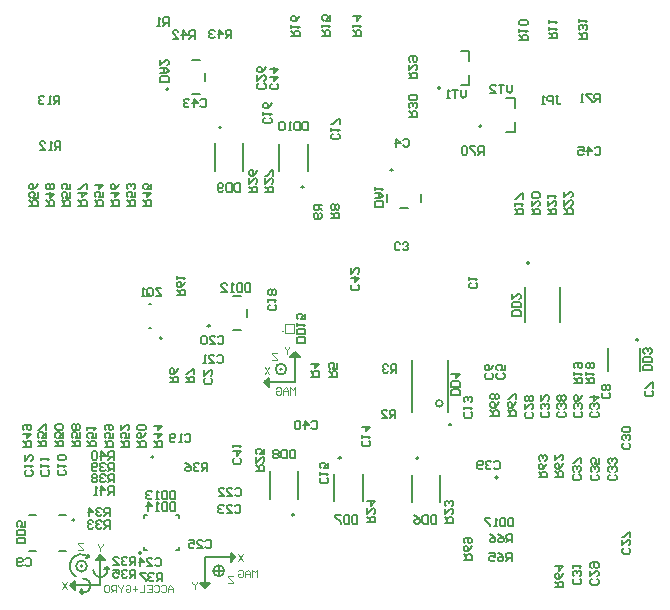
<source format=gbo>
%FSTAX44Y44*%
%MOMM*%
%SFA1B1*%

%IPPOS*%
%ADD10C,0.200000*%
%ADD14C,0.127000*%
%ADD15C,0.050000*%
%ADD16C,0.150000*%
%ADD87C,0.120000*%
%LNdr_0n-1*%
%LPD*%
G54D10*
X00320401Y00248999D02*
D01*
D01*
G75*
G03X00318877I-00000762J0D01*
G74*G01*
D01*
G75*
G03X00320401I00000762J0D01*
G74*G01*
X00324249D02*
D01*
D01*
G75*
G03X00315029I-00004609J0D01*
G74*G01*
D01*
G75*
G03X00324249I00004610J0D01*
G74*G01*
X00271578Y00078249D02*
D01*
D01*
G75*
G03X00262358I-00004610J0D01*
G74*G01*
D01*
G75*
G03X00271578I00004609J0D01*
G74*G01*
X00156927Y00090112D02*
D01*
D01*
G75*
G03X00146058Y00073418I-00006178J-00007862D01*
G74*G01*
X00151511Y00082249D02*
D01*
D01*
G75*
G03X00149987I-00000762J0D01*
G74*G01*
D01*
G75*
G03X00151511I00000762J0D01*
G74*G01*
X00155359D02*
D01*
D01*
G75*
G03X00146139I-00004610J0D01*
G74*G01*
D01*
G75*
G03X00155359I00004609J0D01*
G74*G01*
X00144749Y00121249D02*
D01*
D01*
G75*
G03X00142749I-00001000J0D01*
G74*G01*
D01*
G75*
G03X00144749I00000999J0D01*
G74*G01*
X00160749Y00078874D02*
D01*
D01*
G75*
G03X00172016Y00081747I00005999J-0D01*
G74*G01*
X00149376Y00060482D02*
D01*
D01*
G75*
G03X00152249Y00071749I00002872J00005267D01*
G74*G01*
X00218919Y00275269D02*
D01*
D01*
G75*
G03X00216919I-00001000J0D01*
G74*G01*
D01*
G75*
G03X00218919I00000999J0D01*
G74*G01*
X00489389Y00454499D02*
D01*
D01*
G75*
G03X00487389I-00000999J0D01*
G74*G01*
D01*
G75*
G03X00489389I00000999J0D01*
G74*G01*
X00454499Y00486999D02*
D01*
D01*
G75*
G03X00452499I-00000999J0D01*
G74*G01*
D01*
G75*
G03X00454499I00000999J0D01*
G74*G01*
X00503249Y00157249D02*
D01*
D01*
G75*
G03X00501249I-00000999J0D01*
G74*G01*
D01*
G75*
G03X00503249I00001000J0D01*
G74*G01*
X00201249Y00093249D02*
D01*
D01*
G75*
G03X00199249I-00001000J0D01*
G74*G01*
D01*
G75*
G03X00201249I00000999J0D01*
G74*G01*
X00211674Y00174599D02*
D01*
D01*
G75*
G03X00209674I-00001000J0D01*
G74*G01*
D01*
G75*
G03X00211674I00000999J0D01*
G74*G01*
X00259349Y0028575D02*
D01*
D01*
G75*
G03X00257349I-00000999J0D01*
G74*G01*
D01*
G75*
G03X00259349I00001000J0D01*
G74*G01*
X00338749Y00403249D02*
D01*
D01*
G75*
G03X00336749I-00000999J0D01*
G74*G01*
D01*
G75*
G03X00338749I00000999J0D01*
G74*G01*
X00268999Y00453796D02*
D01*
D01*
G75*
G03X00266999I-00000999J0D01*
G74*G01*
D01*
G75*
G03X00268999I00000999J0D01*
G74*G01*
X00330749Y00125612D02*
D01*
D01*
G75*
G03X00328749I-00000999J0D01*
G74*G01*
D01*
G75*
G03X00330749I00000999J0D01*
G74*G01*
X00370249Y00173999D02*
D01*
D01*
G75*
G03X00368249I-00000999J0D01*
G74*G01*
D01*
G75*
G03X00370249I00000999J0D01*
G74*G01*
X00435999Y00173499D02*
D01*
D01*
G75*
G03X00433999I-00000999J0D01*
G74*G01*
D01*
G75*
G03X00435999I00000999J0D01*
G74*G01*
X00463749Y00201946D02*
D01*
D01*
G75*
G03X00461749I-00001000J0D01*
G74*G01*
D01*
G75*
G03X00463749I00000999J0D01*
G74*G01*
X00622249Y00273949D02*
D01*
D01*
G75*
G03X00620249I-00000999J0D01*
G74*G01*
D01*
G75*
G03X00622249I00000999J0D01*
G74*G01*
X00529749Y00338749D02*
D01*
D01*
G75*
G03X00527749I-00000999J0D01*
G74*G01*
D01*
G75*
G03X00529749I00000999J0D01*
G74*G01*
X00224349Y00485999D02*
D01*
D01*
G75*
G03X00222349I-00000999J0D01*
G74*G01*
D01*
G75*
G03X00224349I00000999J0D01*
G74*G01*
X00414249Y00417799D02*
D01*
D01*
G75*
G03X00412249I-00000999J0D01*
G74*G01*
D01*
G75*
G03X00414249I00000999J0D01*
G74*G01*
X00331389Y00237749D02*
Y00263499D01*
X00305639Y00237749D02*
X00309639Y00233749D01*
X00308404Y00239635D02*
X00308505Y00239735D01*
X00328893Y00260734D02*
X00333275D01*
X00305639Y00237749D02*
X00309639Y00241749D01*
X00333275Y00260734D02*
X00333375Y00260633D01*
X00327389Y00259499D02*
X00331389Y00263499D01*
X00309639Y00233749D02*
Y00241749D01*
X00305639Y00237749D02*
X00331389D01*
X00327389Y00259499D02*
X00335389D01*
X00331389Y00263499D02*
X00335389Y00259499D01*
X00308404Y00235252D02*
Y00239635D01*
X00255218Y00089499D02*
X00280969D01*
X00253233Y00066615D02*
X00253333Y00066514D01*
X00278103Y00087513D02*
X00278203Y00087613D01*
X00255218Y00063749D02*
Y00089499D01*
X00278203Y00087613D02*
Y00091996D01*
X00251219Y00067749D02*
X00259218D01*
X00255218Y00063749D02*
X00259218Y00067749D01*
X00276969Y00085499D02*
X00280969Y00089499D01*
X00266969Y00073749D02*
Y00082749D01*
X00276969Y00093499D02*
X00280969Y00089499D01*
X00251219Y00067749D02*
X00255218Y00063749D01*
X00262359Y00078249D02*
X00271468D01*
X00276969Y00085499D02*
Y00093499D01*
X00253333Y00066514D02*
X00257715D01*
X00154499Y00088999D02*
X00156499Y00092749D01*
X00156927Y00090112*
X00154499Y00088999D02*
X00156927Y00090112D01*
X00169999Y00079624D02*
X00172016Y00081747D01*
X00174139Y0007973D01*
X00169999Y00079624D02*
X00174139Y0007973D01*
X00151393Y00058358D02*
X00151499Y00062499D01*
X00149376Y00060482D02*
X00151393Y00058358D01*
X00149376Y00060482D02*
X00151499Y00062499D01*
X00149376Y00060482D02*
D01*
D01*
X00140999Y00065999D02*
X00166749D01*
X00144999Y00061999D02*
Y00069999D01*
X00140999Y00065999D02*
X00144999Y00061999D01*
X00140999Y00065999D02*
X00144999Y00069999D01*
X00143764Y00063502D02*
Y00067884D01*
X00143864Y00067985*
X00168635Y00088984D02*
X00168735Y00088883D01*
X00164252Y00088984D02*
X00168635D01*
X00166749Y00091749D02*
X00170749Y00087749D01*
X00162749D02*
X00166749Y00091749D01*
X00162749Y00087749D02*
X00170749D01*
X00166749Y00065999D02*
Y00091749D01*
G54D14*
X00456577Y00219946D02*
D01*
D01*
G75*
G03X00450921I-00002827J0D01*
G74*G01*
D01*
G75*
G03X00456577I00002828J0D01*
G74*G01*
X00131649Y00125749D02*
X00137249D01*
X00106249D02*
X00111849D01*
X00131649Y00094749D02*
X00137249D01*
X00106249D02*
X00111849D01*
X00208249Y00303999D02*
X00209749D01*
X00208249Y00283999D02*
X00209749D01*
X00510499Y00449399D02*
X00517349D01*
Y00470149D02*
Y00478599D01*
Y00449399D02*
Y00457849D01*
X00510499Y00478599D02*
X00517349D01*
X00471649Y00489399D02*
X00478499D01*
Y00510149D02*
Y00518599D01*
Y00489399D02*
Y00497849D01*
X00471649Y00518599D02*
X00478499D01*
X00203624Y00095499D02*
X00206124D01*
X00203624D02*
Y00097999D01*
X00233624Y00095499D02*
Y00097999D01*
X00231124Y00095499D02*
X00233624D01*
X00231124Y00125499D02*
X00233624D01*
Y00122999D02*
Y00125499D01*
X00203624Y00122999D02*
Y00125499D01*
X00206124*
X00279149Y00310749D02*
X0028575D01*
X00290449Y00292899D02*
Y00299599D01*
X00279149Y00281749D02*
X0028575D01*
X00342299Y00416999D02*
Y00439999D01*
X00318199Y00416999D02*
Y00439999D01*
X00263449Y00417046D02*
Y00440046D01*
X00287549Y00417046D02*
Y00440046D01*
X00334299Y00139362D02*
Y00162362D01*
X00310199Y00139362D02*
Y00162362D01*
X00364699Y00137249D02*
Y00160249D01*
X00388799Y00137249D02*
Y00160249D01*
X00430449Y00136749D02*
Y00159749D01*
X00454549Y00136749D02*
Y00159749D01*
X00430749Y00212946D02*
Y00256946D01*
X00460749Y00212946D02*
Y00256946D01*
X00623249Y00246999D02*
Y00266999D01*
X00596249Y00246999D02*
Y00266999D01*
X00556249Y00288749D02*
Y00318749D01*
X00526249Y00288749D02*
Y00318749D01*
X00244149Y00510999D02*
X00250749D01*
X00255449Y00493149D02*
Y00499849D01*
X00244149Y00481999D02*
X00250749D01*
X00438249Y00390399D02*
Y00396999D01*
X00420399Y00385699D02*
X00427099D01*
X00409249Y00390399D02*
Y00396999D01*
G54D15*
X00321749Y00281249D02*
D01*
D01*
G75*
G03X00320749I-00000499J0D01*
G74*G01*
D01*
G75*
G03X00321749I00000499J0D01*
G74*G01*
X00323249Y00279499D02*
Y00286999D01*
X00330749*
X00323249Y00279499D02*
X00330749D01*
Y00286999*
G54D16*
X00484832Y00321999D02*
X00485998Y00320833D01*
Y003185*
X00484832Y00317334*
X00480166*
X00479Y003185*
Y00320833*
X00480166Y00321999*
X00479Y00324332D02*
Y00326664D01*
Y00325498*
X00485998*
X00484832Y00324332*
X00260342Y00241225D02*
X00261508Y00240059D01*
Y00237726*
X00260342Y0023656*
X00255677*
X00254511Y00237726*
Y00240059*
X00255677Y00241225*
X00254511Y00248223D02*
Y00243558D01*
X00259176Y00248223*
X00260342*
X00261508Y00247056*
Y00244724*
X00260342Y00243558*
X00420583Y00350666D02*
X00419416Y003495D01*
X00417084*
X00415918Y00350666*
Y00355331*
X00417084Y00356498*
X00419416*
X00420583Y00355331*
X00422915Y00350666D02*
X00424082Y003495D01*
X00426414*
X0042758Y00350666*
Y00351833*
X00426414Y00352999*
X00425248*
X00426414*
X0042758Y00354165*
Y00355331*
X00426414Y00356498*
X00424082*
X00422915Y00355331*
X00423165Y00443082D02*
X00424332Y00444248D01*
X00426664*
X0042783Y00443082*
Y00438416*
X00426664Y0043725*
X00424332*
X00423165Y00438416*
X00417334Y0043725D02*
Y00444248D01*
X00420833Y00440749*
X00416168*
X00507832Y00245583D02*
X00508998Y00244416D01*
Y00242084*
X00507832Y00240919*
X00503166*
X00502Y00242084*
Y00244416*
X00503166Y00245583*
X00508998Y00252581D02*
Y00247915D01*
X00505499*
X00506665Y00250248*
Y00251414*
X00505499Y00252581*
X00503166*
X00502Y00251414*
Y00249082*
X00503166Y00247915*
X00498082Y00245583D02*
X00499248Y00244416D01*
Y00242084*
X00498082Y00240919*
X00493416*
X0049225Y00242084*
Y00244416*
X00493416Y00245583*
X00499248Y00252581D02*
X00498082Y00250248D01*
X00495749Y00247915*
X00493416*
X0049225Y00249082*
Y00251414*
X00493416Y00252581*
X00494583*
X00495749Y00251414*
Y00247915*
X00633582Y00230833D02*
X00634748Y00229666D01*
Y00227334*
X00633582Y00226167*
X00628916*
X0062775Y00227334*
Y00229666*
X00628916Y00230833*
X00634748Y00233165D02*
Y0023783D01*
X00633582*
X00628916Y00233165*
X0062775*
X00597332Y00228833D02*
X00598498Y00227666D01*
Y00225334*
X00597332Y00224167*
X00592666*
X005915Y00225334*
Y00227666*
X00592666Y00228833*
X00597332Y00231165D02*
X00598498Y00232332D01*
Y00234664*
X00597332Y0023583*
X00596165*
X00594999Y00234664*
X00593833Y0023583*
X00592666*
X005915Y00234664*
Y00232332*
X00592666Y00231165*
X00593833*
X00594999Y00232332*
X00596165Y00231165*
X00597332*
X00594999Y00232332D02*
Y00234664D01*
X00103165Y00088082D02*
X00104332Y00089248D01*
X00106664*
X0010783Y00088082*
Y00083416*
X00106664Y0008225*
X00104332*
X00103165Y00083416*
X00100833D02*
X00099666Y0008225D01*
X00097334*
X00096167Y00083416*
Y00088082*
X00097334Y00089248*
X00099666*
X00100833Y00088082*
Y00086915*
X00099666Y00085749*
X00096167*
X00136332Y00163667D02*
X00137498Y00162501D01*
Y00160168*
X00136332Y00159002*
X00131666*
X001305Y00160168*
Y00162501*
X00131666Y00163667*
X001305Y00166D02*
Y00168332D01*
Y00167166*
X00137498*
X00136332Y00166*
Y00171831D02*
X00137498Y00172997D01*
Y0017533*
X00136332Y00176496*
X00131666*
X001305Y0017533*
Y00172997*
X00131666Y00171831*
X00136332*
X00122332Y00163583D02*
X00123498Y00162417D01*
Y00160084*
X00122332Y00158918*
X00117666*
X001165Y00160084*
Y00162417*
X00117666Y00163583*
X001165Y00165916D02*
Y00168248D01*
Y00167082*
X00123498*
X00122332Y00165916*
X001165Y00171747D02*
Y0017408D01*
Y00172914*
X00123498*
X00122332Y00171747*
X00108332Y00163417D02*
X00109498Y00162251D01*
Y00159918*
X00108332Y00158752*
X00103666*
X001025Y00159918*
Y00162251*
X00103666Y00163417*
X001025Y0016575D02*
Y00168082D01*
Y00166916*
X00109498*
X00108332Y0016575*
X001025Y00176246D02*
Y00171581D01*
X00107165Y00176246*
X00108332*
X00109498Y0017508*
Y00172747*
X00108332Y00171581*
X00480332Y00212667D02*
X00481498Y00211501D01*
Y00209169*
X00480332Y00208002*
X00475666*
X004745Y00209169*
Y00211501*
X00475666Y00212667*
X004745Y00215D02*
Y00217332D01*
Y00216166*
X00481498*
X00480332Y00215*
Y00220831D02*
X00481498Y00221997D01*
Y0022433*
X00480332Y00225496*
X00479165*
X00477999Y0022433*
Y00223164*
Y0022433*
X00476833Y00225496*
X00475666*
X004745Y0022433*
Y00221997*
X00475666Y00220831*
X00394082Y00188167D02*
X00395248Y00187001D01*
Y00184668*
X00394082Y00183502*
X00389416*
X0038825Y00184668*
Y00187001*
X00389416Y00188167*
X0038825Y001905D02*
Y00192832D01*
Y00191666*
X00395248*
X00394082Y001905*
X0038825Y0019983D02*
X00395248D01*
X00391749Y00196331*
Y00200996*
X00358582Y00156917D02*
X00359748Y00155751D01*
Y00153418*
X00358582Y00152252*
X00353917*
X0035275Y00153418*
Y00155751*
X00353917Y00156917*
X0035275Y0015925D02*
Y00161582D01*
Y00160416*
X00359748*
X00358582Y0015925*
X00359748Y00169746D02*
Y00165081D01*
X00356249*
X00357415Y00167414*
Y0016858*
X00356249Y00169746*
X00353917*
X0035275Y0016858*
Y00166247*
X00353917Y00165081*
X00310582Y00461667D02*
X00311748Y00460502D01*
Y00458168*
X00310582Y00457002*
X00305916*
X0030475Y00458168*
Y00460502*
X00305916Y00461667*
X0030475Y00464D02*
Y00466332D01*
Y00465166*
X00311748*
X00310582Y00464*
X00311748Y00474496D02*
X00310582Y00472164D01*
X00308249Y00469831*
X00305916*
X0030475Y00470997*
Y0047333*
X00305916Y00474496*
X00307083*
X00308249Y0047333*
Y00469831*
X00368082Y00448167D02*
X00369248Y00447001D01*
Y00444668*
X00368082Y00443502*
X00363416*
X0036225Y00444668*
Y00447001*
X00363416Y00448167*
X0036225Y00450499D02*
Y00452832D01*
Y00451666*
X00369248*
X00368082Y00450499*
X00369248Y00456331D02*
Y00460996D01*
X00368082*
X00363416Y00456331*
X0036225*
X00238331Y00193082D02*
X00239497Y00194248D01*
X0024183*
X00242996Y00193082*
Y00188416*
X0024183Y0018725*
X00239497*
X00238331Y00188416*
X00235998Y0018725D02*
X00233666D01*
X00234832*
Y00194248*
X00235998Y00193082*
X00230167Y00188416D02*
X00229001Y0018725D01*
X00226668*
X00225502Y00188416*
Y00193082*
X00226668Y00194248*
X00229001*
X00230167Y00193082*
Y00191915*
X00229001Y00190749*
X00225502*
X00266164Y00275832D02*
X00267331Y00276998D01*
X00269663*
X00270829Y00275832*
Y00271167*
X00269663Y0027*
X00267331*
X00266164Y00271167*
X00259166Y0027D02*
X00263832D01*
X00259166Y00274665*
Y00275832*
X00260333Y00276998*
X00262665*
X00263832Y00275832*
X00256834D02*
X00255668Y00276998D01*
X00253335*
X00252169Y00275832*
Y00271167*
X00253335Y0027*
X00255668*
X00256834Y00271167*
Y00275832*
X00265573Y00259972D02*
X0026674Y00261138D01*
X00269072*
X00270239Y00259972*
Y00255307*
X00269072Y0025414*
X0026674*
X00265573Y00255307*
X00258576Y0025414D02*
X00263241D01*
X00258576Y00258805*
Y00259972*
X00259742Y00261138*
X00262074*
X00263241Y00259972*
X00256243Y0025414D02*
X0025391D01*
X00255077*
Y00261138*
X00256243Y00259972*
X00255664Y00103332D02*
X0025683Y00104498D01*
X00259163*
X00260329Y00103332*
Y00098666*
X00259163Y000975*
X0025683*
X00255664Y00098666*
X00248666Y000975D02*
X00253332D01*
X00248666Y00102165*
Y00103332*
X00249833Y00104498*
X00252165*
X00253332Y00103332*
X00241669Y00104498D02*
X00246334D01*
Y00100999*
X00244001Y00102165*
X00242835*
X00241669Y00100999*
Y00098666*
X00242835Y000975*
X00245167*
X00246334Y00098666*
X00305582Y00490834D02*
X00306748Y00489668D01*
Y00487335*
X00305582Y00486169*
X00300916*
X0029975Y00487335*
Y00489668*
X00300916Y00490834*
X0029975Y00497832D02*
Y00493166D01*
X00304415Y00497832*
X00305582*
X00306748Y00496665*
Y00494333*
X00305582Y00493166*
X00306748Y00504829D02*
X00305582Y00502497D01*
X00303249Y00500164*
X00300916*
X0029975Y0050133*
Y00503663*
X00300916Y00504829*
X00302083*
X00303249Y00503663*
Y00500164*
X00614332Y00097334D02*
X00615498Y00096167D01*
Y00093835*
X00614332Y00092669*
X00609666*
X006085Y00093835*
Y00096167*
X00609666Y00097334*
X006085Y00104332D02*
Y00099666D01*
X00613165Y00104332*
X00614332*
X00615498Y00103165*
Y00100833*
X00614332Y00099666*
X00615498Y00106664D02*
Y00111329D01*
X00614332*
X00609666Y00106664*
X006085*
X00531832Y00212584D02*
X00532998Y00211418D01*
Y00209085*
X00531832Y00207919*
X00527166*
X00526Y00209085*
Y00211418*
X00527166Y00212584*
X00526Y00219583D02*
Y00214916D01*
X00530665Y00219583*
X00531832*
X00532998Y00218415*
Y00216083*
X00531832Y00214916*
Y00221914D02*
X00532998Y0022308D01*
Y00225413*
X00531832Y00226579*
X00530665*
X00529499Y00225413*
X00528333Y00226579*
X00527166*
X00526Y00225413*
Y0022308*
X00527166Y00221914*
X00528333*
X00529499Y0022308*
X00530665Y00221914*
X00531832*
X00529499Y0022308D02*
Y00225413D01*
X00587332Y00071294D02*
X00588498Y00070127D01*
Y00067795*
X00587332Y00066629*
X00582666*
X005815Y00067795*
Y00070127*
X00582666Y00071294*
X005815Y00078291D02*
Y00073626D01*
X00586165Y00078291*
X00587332*
X00588498Y00077125*
Y00074793*
X00587332Y00073626*
X00582666Y00080624D02*
X005815Y0008179D01*
Y00084123*
X00582666Y00085289*
X00587332*
X00588498Y00084123*
Y0008179*
X00587332Y00080624*
X00586165*
X00584999Y0008179*
Y00085289*
X00614332Y00186334D02*
X00615498Y00185167D01*
Y00182835*
X00614332Y00181669*
X00609666*
X006085Y00182835*
Y00185167*
X00609666Y00186334*
X00614332Y00188666D02*
X00615498Y00189833D01*
Y00192165*
X00614332Y00193332*
X00613165*
X00611999Y00192165*
Y00190999*
Y00192165*
X00610833Y00193332*
X00609666*
X006085Y00192165*
Y00189833*
X00609666Y00188666*
X00614332Y00195664D02*
X00615498Y0019683D01*
Y00199163*
X00614332Y00200329*
X00609666*
X006085Y00199163*
Y0019683*
X00609666Y00195664*
X00614332*
X00572582Y0007146D02*
X00573748Y00070294D01*
Y00067961*
X00572582Y00066795*
X00567916*
X0056675Y00067961*
Y00070294*
X00567916Y0007146*
X00572582Y00073793D02*
X00573748Y00074959D01*
Y00077292*
X00572582Y00078458*
X00571415*
X00570249Y00077292*
Y00076125*
Y00077292*
X00569083Y00078458*
X00567916*
X0056675Y00077292*
Y00074959*
X00567916Y00073793*
X0056675Y00080791D02*
Y00083123D01*
Y00081957*
X00573748*
X00572582Y00080791*
X00545582Y00212834D02*
X00546748Y00211667D01*
Y00209335*
X00545582Y00208169*
X00540916*
X0053975Y00209335*
Y00211667*
X00540916Y00212834*
X00545582Y00215166D02*
X00546748Y00216333D01*
Y00218665*
X00545582Y00219832*
X00544415*
X00543249Y00218665*
Y00217499*
Y00218665*
X00542083Y00219832*
X00540916*
X0053975Y00218665*
Y00216333*
X00540916Y00215166*
X0053975Y00226829D02*
Y00222164D01*
X00544415Y00226829*
X00545582*
X00546748Y00225663*
Y00223331*
X00545582Y00222164*
X00602578Y00159623D02*
X00603744Y00158457D01*
Y00156125*
X00602578Y00154958*
X00597913*
X00596746Y00156125*
Y00158457*
X00597913Y00159623*
X00602578Y00161956D02*
X00603744Y00163122D01*
Y00165455*
X00602578Y00166621*
X00601411*
X00600245Y00165455*
Y00164289*
Y00165455*
X00599079Y00166621*
X00597913*
X00596746Y00165455*
Y00163122*
X00597913Y00161956*
X00602578Y00168954D02*
X00603744Y0017012D01*
Y00172453*
X00602578Y00173619*
X00601411*
X00600245Y00172453*
Y00171286*
Y00172453*
X00599079Y00173619*
X00597913*
X00596746Y00172453*
Y0017012*
X00597913Y00168954*
X00587379Y00212915D02*
X00588546Y00211749D01*
Y00209416*
X00587379Y0020825*
X00582714*
X00581548Y00209416*
Y00211749*
X00582714Y00212915*
X00587379Y00215248D02*
X00588546Y00216414D01*
Y00218747*
X00587379Y00219913*
X00586213*
X00585047Y00218747*
Y0021758*
Y00218747*
X0058388Y00219913*
X00582714*
X00581548Y00218747*
Y00216414*
X00582714Y00215248*
X00581548Y00225744D02*
X00588546D01*
X00585047Y00222245*
Y00226911*
X00587578Y00159623D02*
X00588744Y00158457D01*
Y00156125*
X00587578Y00154958*
X00582913*
X00581746Y00156125*
Y00158457*
X00582913Y00159623*
X00587578Y00161956D02*
X00588744Y00163122D01*
Y00165455*
X00587578Y00166621*
X00586411*
X00585245Y00165455*
Y00164289*
Y00165455*
X00584079Y00166621*
X00582913*
X00581746Y00165455*
Y00163122*
X00582913Y00161956*
X00588744Y00173619D02*
Y00168954D01*
X00585245*
X00586411Y00171286*
Y00172453*
X00585245Y00173619*
X00582913*
X00581746Y00172453*
Y0017012*
X00582913Y00168954*
X00573379Y00212915D02*
X00574546Y00211749D01*
Y00209416*
X00573379Y0020825*
X00568714*
X00567548Y00209416*
Y00211749*
X00568714Y00212915*
X00573379Y00215248D02*
X00574546Y00216414D01*
Y00218747*
X00573379Y00219913*
X00572213*
X00571047Y00218747*
Y0021758*
Y00218747*
X00569881Y00219913*
X00568714*
X00567548Y00218747*
Y00216414*
X00568714Y00215248*
X00574546Y00226911D02*
X00573379Y00224578D01*
X00571047Y00222245*
X00568714*
X00567548Y00223412*
Y00225744*
X00568714Y00226911*
X00569881*
X00571047Y00225744*
Y00222245*
X00572332Y00159874D02*
X00573498Y00158707D01*
Y00156375*
X00572332Y00155209*
X00567666*
X005665Y00156375*
Y00158707*
X00567666Y00159874*
X00572332Y00162206D02*
X00573498Y00163373D01*
Y00165705*
X00572332Y00166872*
X00571165*
X00569999Y00165705*
Y00164539*
Y00165705*
X00568833Y00166872*
X00567666*
X005665Y00165705*
Y00163373*
X00567666Y00162206*
X00573498Y00169204D02*
Y00173869D01*
X00572332*
X00567666Y00169204*
X005665*
X00559379Y00212915D02*
X00560546Y00211749D01*
Y00209416*
X00559379Y0020825*
X00554714*
X00553548Y00209416*
Y00211749*
X00554714Y00212915*
X00559379Y00215248D02*
X00560546Y00216414D01*
Y00218747*
X00559379Y00219913*
X00558213*
X00557047Y00218747*
Y0021758*
Y00218747*
X00555881Y00219913*
X00554714*
X00553548Y00218747*
Y00216414*
X00554714Y00215248*
X00559379Y00222245D02*
X00560546Y00223412D01*
Y00225744*
X00559379Y00226911*
X00558213*
X00557047Y00225744*
X00555881Y00226911*
X00554714*
X00553548Y00225744*
Y00223412*
X00554714Y00222245*
X00555881*
X00557047Y00223412*
X00558213Y00222245*
X00559379*
X00557047Y00223412D02*
Y00225744D01*
X00499995Y00169981D02*
X00501161Y00171147D01*
X00503494*
X0050466Y00169981*
Y00165316*
X00503494Y0016415*
X00501161*
X00499995Y00165316*
X00497662Y00169981D02*
X00496496Y00171147D01*
X00494164*
X00492997Y00169981*
Y00168815*
X00494164Y00167648*
X0049533*
X00494164*
X00492997Y00166482*
Y00165316*
X00494164Y0016415*
X00496496*
X00497662Y00165316*
X00490665D02*
X00489498Y0016415D01*
X00487166*
X00486Y00165316*
Y00169981*
X00487166Y00171147*
X00489498*
X00490665Y00169981*
Y00168815*
X00489498Y00167648*
X00486*
X00345414Y00204082D02*
X0034658Y00205248D01*
X00348913*
X00350079Y00204082*
Y00199416*
X00348913Y0019825*
X0034658*
X00345414Y00199416*
X00339583Y0019825D02*
Y00205248D01*
X00343082Y00201749*
X00338416*
X00336084Y00204082D02*
X00334918Y00205248D01*
X00332585*
X00331419Y00204082*
Y00199416*
X00332585Y0019825*
X00334918*
X00336084Y00199416*
Y00204082*
X00284832Y001735D02*
X00285998Y00172334D01*
Y00170001*
X00284832Y00168835*
X00280166*
X00279Y00170001*
Y00172334*
X00280166Y001735*
X00279Y00179332D02*
X00285998D01*
X00282499Y00175833*
Y00180498*
X00279Y0018283D02*
Y00185163D01*
Y00183997*
X00285998*
X00284832Y0018283*
X00384582Y00320584D02*
X00385748Y00319418D01*
Y00317085*
X00384582Y00315919*
X00379916*
X0037875Y00317085*
Y00319418*
X00379916Y00320584*
X0037875Y00326415D02*
X00385748D01*
X00382249Y00322916*
Y00327582*
X0037875Y00334579D02*
Y00329914D01*
X00383415Y00334579*
X00384582*
X00385748Y00333413*
Y00331081*
X00384582Y00329914*
X00251414Y00476832D02*
X00252581Y00477998D01*
X00254913*
X00256079Y00476832*
Y00472166*
X00254913Y00471*
X00252581*
X00251414Y00472166*
X00245583Y00471D02*
Y00477998D01*
X00249082Y00474499*
X00244416*
X00242084Y00476832D02*
X00240919Y00477998D01*
X00238585*
X00237419Y00476832*
Y00475665*
X00238585Y00474499*
X00239751*
X00238585*
X00237419Y00473333*
Y00472166*
X00238585Y00471*
X00240919*
X00242084Y00472166*
X00316332Y00490584D02*
X00317498Y00489418D01*
Y00487085*
X00316332Y00485919*
X00311666*
X003105Y00487085*
Y00489418*
X00311666Y00490584*
X003105Y00496415D02*
X00317498D01*
X00313999Y00492916*
Y00497582*
X003105Y00503413D02*
X00317498D01*
X00313999Y00499914*
Y00504579*
X00585164Y00436082D02*
X0058633Y00437248D01*
X00588663*
X00589829Y00436082*
Y00431416*
X00588663Y0043025*
X0058633*
X00585164Y00431416*
X00579333Y0043025D02*
Y00437248D01*
X00582832Y00433749*
X00578166*
X00571169Y00437248D02*
X00575834D01*
Y00433749*
X00573501Y00434915*
X00572335*
X00571169Y00433749*
Y00431416*
X00572335Y0043025*
X00574668*
X00575834Y00431416*
X00405998Y00386585D02*
X00399D01*
Y00390084*
X00400166Y0039125*
X00404832*
X00405998Y00390084*
Y00386585*
X00399Y00393583D02*
X00403665D01*
X00405998Y00395915*
X00403665Y00398248*
X00399*
X00402499*
Y00393583*
X00399Y00400581D02*
Y00402913D01*
Y00401747*
X00405998*
X00404832Y00400581*
X00224498Y00492419D02*
X002175D01*
Y00495918*
X00218666Y00497084*
X00223332*
X00224498Y00495918*
Y00492419*
X002175Y00499416D02*
X00222165D01*
X00224498Y00501749*
X00222165Y00504082*
X002175*
X00220999*
Y00499416*
X002175Y00511079D02*
Y00506414D01*
X00222165Y00511079*
X00223332*
X00224498Y00509913*
Y0050758*
X00223332Y00506414*
X00522498Y00294169D02*
X005155D01*
Y00297667*
X00516666Y00298834*
X00521332*
X00522498Y00297667*
Y00294169*
Y00301166D02*
X005155D01*
Y00304665*
X00516666Y00305832*
X00521332*
X00522498Y00304665*
Y00301166*
X005155Y00312829D02*
Y00308164D01*
X00520165Y00312829*
X00521332*
X00522498Y00311663*
Y0030933*
X00521332Y00308164*
X00633498Y00247919D02*
X006265D01*
Y00251417*
X00627666Y00252584*
X00632333*
X00633498Y00251417*
Y00247919*
Y00254916D02*
X006265D01*
Y00258415*
X00627666Y00259582*
X00632333*
X00633498Y00258415*
Y00254916*
X00632333Y00261914D02*
X00633498Y0026308D01*
Y00265413*
X00632333Y00266579*
X00631165*
X00629999Y00265413*
Y00264247*
Y00265413*
X00628833Y00266579*
X00627666*
X006265Y00265413*
Y0026308*
X00627666Y00261914*
X00470998Y00227169D02*
X00464D01*
Y00230668*
X00465166Y00231834*
X00469832*
X00470998Y00230668*
Y00227169*
Y00234166D02*
X00464D01*
Y00237665*
X00465166Y00238831*
X00469832*
X00470998Y00237665*
Y00234166*
X00464Y00244663D02*
X00470998D01*
X00467499Y00241164*
Y00245829*
X00102998Y00101419D02*
X00096D01*
Y00104917*
X00097166Y00106084*
X00101832*
X00102998Y00104917*
Y00101419*
Y00108416D02*
X00096D01*
Y00111915*
X00097166Y00113082*
X00101832*
X00102998Y00111915*
Y00108416*
Y00120079D02*
Y00115414D01*
X00099499*
X00100665Y00117747*
Y00118913*
X00099499Y00120079*
X00097166*
X00096Y00118913*
Y0011658*
X00097166Y00115414*
X00451079Y00125248D02*
Y0011825D01*
X0044758*
X00446414Y00119416*
Y00124082*
X0044758Y00125248*
X00451079*
X00444082D02*
Y0011825D01*
X00440583*
X00439416Y00119416*
Y00124082*
X00440583Y00125248*
X00444082*
X00432419D02*
X00434751Y00124082D01*
X00437084Y00121749*
Y00119416*
X00435918Y0011825*
X00433585*
X00432419Y00119416*
Y00120583*
X00433585Y00121749*
X00437084*
X00384329Y00125248D02*
Y0011825D01*
X0038083*
X00379664Y00119416*
Y00124082*
X0038083Y00125248*
X00384329*
X00377332D02*
Y0011825D01*
X00373833*
X00372666Y00119416*
Y00124082*
X00373833Y00125248*
X00377332*
X00370334D02*
X00365669D01*
Y00124082*
X00370334Y00119416*
Y0011825*
X00331579Y00180498D02*
Y001735D01*
X00328081*
X00326914Y00174666*
Y00179332*
X00328081Y00180498*
X00331579*
X00324582D02*
Y001735D01*
X00321083*
X00319916Y00174666*
Y00179332*
X00321083Y00180498*
X00324582*
X00317584Y00179332D02*
X00316417Y00180498D01*
X00314085*
X00312919Y00179332*
Y00178165*
X00314085Y00176999*
X00312919Y00175833*
Y00174666*
X00314085Y001735*
X00316417*
X00317584Y00174666*
Y00175833*
X00316417Y00176999*
X00317584Y00178165*
Y00179332*
X00316417Y00176999D02*
X00314085D01*
X00284829Y00406248D02*
Y0039925D01*
X00281331*
X00280164Y00400416*
Y00405082*
X00281331Y00406248*
X00284829*
X00277832D02*
Y0039925D01*
X00274333*
X00273166Y00400416*
Y00405082*
X00274333Y00406248*
X00277832*
X00270834Y00400416D02*
X00269668Y0039925D01*
X00267335*
X00266169Y00400416*
Y00405082*
X00267335Y00406248*
X00269668*
X00270834Y00405082*
Y00403915*
X00269668Y00402749*
X00266169*
X00342495Y00458498D02*
Y004515D01*
X00338996*
X0033783Y00452666*
Y00457332*
X00338996Y00458498*
X00342495*
X00335497D02*
Y004515D01*
X00331998*
X00330832Y00452666*
Y00457332*
X00331998Y00458498*
X00335497*
X003285Y004515D02*
X00326167D01*
X00327333*
Y00458498*
X003285Y00457332*
X00322668D02*
X00321502Y00458498D01*
X00319169*
X00318003Y00457332*
Y00452666*
X00319169Y004515*
X00321502*
X00322668Y00452666*
Y00457332*
X00293745Y00321498D02*
Y003145D01*
X00290246*
X0028908Y00315666*
Y00320332*
X00290246Y00321498*
X00293745*
X00286747D02*
Y003145D01*
X00283248*
X00282082Y00315666*
Y00320332*
X00283248Y00321498*
X00286747*
X00279749Y003145D02*
X00277417D01*
X00278583*
Y00321498*
X00279749Y00320332*
X00269253Y003145D02*
X00273918D01*
X00269253Y00319165*
Y00320332*
X00270419Y00321498*
X00272752*
X00273918Y00320332*
X00230245Y00136248D02*
Y0012925D01*
X00226746*
X0022558Y00130416*
Y00135082*
X00226746Y00136248*
X00230245*
X00223247D02*
Y0012925D01*
X00219748*
X00218582Y00130416*
Y00135082*
X00219748Y00136248*
X00223247*
X00216249Y0012925D02*
X00213917D01*
X00215083*
Y00136248*
X00216249Y00135082*
X00206919Y0012925D02*
Y00136248D01*
X00210418Y00132749*
X00205753*
X00340248Y00271503D02*
X0033325D01*
Y00275002*
X00334416Y00276168*
X00339082*
X00340248Y00275002*
Y00271503*
Y00278501D02*
X0033325D01*
Y00282*
X00334416Y00283166*
X00339082*
X00340248Y00282*
Y00278501*
X0033325Y00285498D02*
Y00287831D01*
Y00286665*
X00340248*
X00339082Y00285498*
X00340248Y00295995D02*
Y0029133D01*
X00336749*
X00337915Y00293663*
Y00294829*
X00336749Y00295995*
X00334416*
X0033325Y00294829*
Y00292496*
X00334416Y0029133*
X00552248Y00480498D02*
X0055458D01*
X00553414*
Y00474666*
X0055458Y004735*
X00555747*
X00556913Y00474666*
X00549915Y004735D02*
Y00480498D01*
X00546416*
X0054525Y00479332*
Y00476999*
X00546416Y00475833*
X00549915*
X00542918Y004735D02*
X00540585D01*
X00541751*
Y00480498*
X00542918Y00479332*
X00224414Y0053975D02*
Y00546748D01*
X00220915*
X00219749Y00545582*
Y00543249*
X00220915Y00542083*
X00224414*
X00222082D02*
X00219749Y0053975D01*
X00217416D02*
X00215084D01*
X0021625*
Y00546748*
X00217416Y00545582*
X0041658Y002075D02*
Y00214498D01*
X00413082*
X00411915Y00213332*
Y00210999*
X00413082Y00209833*
X0041658*
X00414248D02*
X00411915Y002075D01*
X00404918D02*
X00409583D01*
X00404918Y00212165*
Y00213332*
X00406084Y00214498*
X00408416*
X00409583Y00213332*
X0041733Y00246D02*
Y00252998D01*
X00413832*
X00412665Y00251832*
Y00249499*
X00413832Y00248333*
X0041733*
X00414998D02*
X00412665Y00246D01*
X00410333Y00251832D02*
X00409166Y00252998D01*
X00406834*
X00405667Y00251832*
Y00250665*
X00406834Y00249499*
X00408*
X00406834*
X00405667Y00248333*
Y00247166*
X00406834Y00246*
X00409166*
X00410333Y00247166*
X0034475Y00242667D02*
X00351748D01*
Y00246166*
X00350582Y00247333*
X00348249*
X00347083Y00246166*
Y00242667*
Y00245D02*
X0034475Y00247333D01*
Y00253164D02*
X00351748D01*
X00348249Y00249665*
Y0025433*
X0036025Y00242417D02*
X00367248D01*
Y00245916*
X00366082Y00247083*
X00363749*
X00362583Y00245916*
Y00242417*
Y0024475D02*
X0036025Y00247083D01*
X00367248Y0025408D02*
Y00249415D01*
X00363749*
X00364915Y00251748*
Y00252914*
X00363749Y0025408*
X00361416*
X0036025Y00252914*
Y00250582*
X00361416Y00249415*
X002255Y00237917D02*
X00232498D01*
Y00241416*
X00231332Y00242583*
X00228999*
X00227833Y00241416*
Y00237917*
Y0024025D02*
X002255Y00242583D01*
X00232498Y0024958D02*
X00231332Y00247248D01*
X00228999Y00244915*
X00226666*
X002255Y00246082*
Y00248414*
X00226666Y0024958*
X00227833*
X00228999Y00248414*
Y00244915*
X0023925Y00237667D02*
X00246248D01*
Y00241166*
X00245082Y00242333*
X00242749*
X00241583Y00241166*
Y00237667*
Y0024D02*
X0023925Y00242333D01*
X00246248Y00244665D02*
Y0024933D01*
X00245082*
X00240416Y00244665*
X0023925*
X00362Y00376917D02*
X00368998D01*
Y00380416*
X00367832Y00381583*
X00365499*
X00364333Y00380416*
Y00376917*
Y0037925D02*
X00362Y00381583D01*
X00367832Y00383915D02*
X00368998Y00385082D01*
Y00387414*
X00367832Y0038858*
X00366665*
X00365499Y00387414*
X00364333Y0038858*
X00363166*
X00362Y00387414*
Y00385082*
X00363166Y00383915*
X00364333*
X00365499Y00385082*
X00366665Y00383915*
X00367832*
X00365499Y00385082D02*
Y00387414D01*
X00354248Y00388081D02*
X0034725D01*
Y00384582*
X00348416Y00383415*
X00350749*
X00351915Y00384582*
Y00388081*
Y00385748D02*
X00354248Y00383415D01*
X00353082Y00381083D02*
X00354248Y00379916D01*
Y00377584*
X00353082Y00376418*
X00348416*
X0034725Y00377584*
Y00379916*
X00348416Y00381083*
X00349583*
X00350749Y00379916*
Y00376418*
X005215Y00527252D02*
X00528498D01*
Y00530751*
X00527332Y00531917*
X00524999*
X00523833Y00530751*
Y00527252*
Y00529584D02*
X005215Y00531917D01*
Y00534249D02*
Y00536582D01*
Y00535416*
X00528498*
X00527332Y00534249*
Y00540081D02*
X00528498Y00541247D01*
Y0054358*
X00527332Y00544746*
X00522666*
X005215Y0054358*
Y00541247*
X00522666Y00540081*
X00527332*
X0054675Y00529168D02*
X00553748D01*
Y00532667*
X00552582Y00533833*
X00550249*
X00549083Y00532667*
Y00529168*
Y00531501D02*
X0054675Y00533833D01*
Y00536166D02*
Y00538498D01*
Y00537332*
X00553748*
X00552582Y00536166*
X0054675Y00541997D02*
Y0054433D01*
Y00543164*
X00553748*
X00552582Y00541997*
X00132746Y0043475D02*
Y00441748D01*
X00129247*
X00128081Y00440582*
Y00438249*
X00129247Y00437083*
X00132746*
X00130414D02*
X00128081Y0043475D01*
X00125748D02*
X00123416D01*
X00124582*
Y00441748*
X00125748Y00440582*
X00115252Y0043475D02*
X00119917D01*
X00115252Y00439415*
Y00440582*
X00116418Y00441748*
X00118751*
X00119917Y00440582*
X00131996Y004735D02*
Y00480498D01*
X00128497*
X00127331Y00479332*
Y00476999*
X00128497Y00475833*
X00131996*
X00129664D02*
X00127331Y004735D01*
X00124998D02*
X00122666D01*
X00123832*
Y00480498*
X00124998Y00479332*
X00119167D02*
X00118001Y00480498D01*
X00115668*
X00114502Y00479332*
Y00478165*
X00115668Y00476999*
X00116834*
X00115668*
X00114502Y00475833*
Y00474666*
X00115668Y004735*
X00118001*
X00119167Y00474666*
X003805Y00531252D02*
X00387498D01*
Y00534751*
X00386332Y00535917*
X00383999*
X00382833Y00534751*
Y00531252*
Y00533584D02*
X003805Y00535917D01*
Y0053825D02*
Y00540582D01*
Y00539416*
X00387498*
X00386332Y0053825*
X003805Y0054758D02*
X00387498D01*
X00383999Y00544081*
Y00548746*
X003545Y00531252D02*
X00361498D01*
Y00534751*
X00360332Y00535917*
X00357999*
X00356833Y00534751*
Y00531252*
Y00533584D02*
X003545Y00535917D01*
Y0053825D02*
Y00540582D01*
Y00539416*
X00361498*
X00360332Y0053825*
X00361498Y00548746D02*
Y00544081D01*
X00357999*
X00359165Y00546414*
Y0054758*
X00357999Y00548746*
X00355666*
X003545Y0054758*
Y00545247*
X00355666Y00544081*
X003285Y00530752D02*
X00335498D01*
Y00534251*
X00334332Y00535417*
X00331999*
X00330833Y00534251*
Y00530752*
Y00533084D02*
X003285Y00535417D01*
Y0053775D02*
Y00540082D01*
Y00538916*
X00335498*
X00334332Y0053775*
X00335498Y00548246D02*
X00334332Y00545914D01*
X00331999Y00543581*
X00329666*
X003285Y00544747*
Y0054708*
X00329666Y00548246*
X00330833*
X00331999Y0054708*
Y00543581*
X005175Y00380252D02*
X00524498D01*
Y00383751*
X00523332Y00384917*
X00520999*
X00519833Y00383751*
Y00380252*
Y00382584D02*
X005175Y00384917D01*
Y0038725D02*
Y00389582D01*
Y00388416*
X00524498*
X00523332Y0038725*
X00524498Y00393081D02*
Y00397746D01*
X00523332*
X00518666Y00393081*
X005175*
X00578Y00237002D02*
X00584998D01*
Y00240501*
X00583832Y00241667*
X00581499*
X00580333Y00240501*
Y00237002*
Y00239334D02*
X00578Y00241667D01*
Y00244D02*
Y00246332D01*
Y00245166*
X00584998*
X00583832Y00244*
Y00249831D02*
X00584998Y00250997D01*
Y0025333*
X00583832Y00254496*
X00582665*
X00581499Y0025333*
X00580333Y00254496*
X00579166*
X00578Y0025333*
Y00250997*
X00579166Y00249831*
X00580333*
X00581499Y00250997*
X00582665Y00249831*
X00583832*
X00581499Y00250997D02*
Y0025333D01*
X0056775Y00237002D02*
X00574748D01*
Y00240501*
X00573582Y00241667*
X00571249*
X00570083Y00240501*
Y00237002*
Y00239334D02*
X0056775Y00241667D01*
Y00244D02*
Y00246332D01*
Y00245166*
X00574748*
X00573582Y00244*
X00568917Y00249831D02*
X0056775Y00250997D01*
Y0025333*
X00568917Y00254496*
X00573582*
X00574748Y0025333*
Y00250997*
X00573582Y00249831*
X00572415*
X00571249Y00250997*
Y00254496*
X0053175Y00379919D02*
X00538748D01*
Y00383418*
X00537582Y00384584*
X00535249*
X00534083Y00383418*
Y00379919*
Y00382251D02*
X0053175Y00384584D01*
Y00391581D02*
Y00386916D01*
X00536415Y00391581*
X00537582*
X00538748Y00390415*
Y00388083*
X00537582Y00386916*
Y00393914D02*
X00538748Y0039508D01*
Y00397413*
X00537582Y00398579*
X00532916*
X0053175Y00397413*
Y0039508*
X00532916Y00393914*
X00537582*
X0054575Y00380085D02*
X00552748D01*
Y00383584*
X00551582Y0038475*
X00549249*
X00548083Y00383584*
Y00380085*
Y00382417D02*
X0054575Y0038475D01*
Y00391748D02*
Y00387083D01*
X00550415Y00391748*
X00551582*
X00552748Y00390582*
Y00388249*
X00551582Y00387083*
X0054575Y00394081D02*
Y00396413D01*
Y00395247*
X00552748*
X00551582Y00394081*
X005595Y00380419D02*
X00566498D01*
Y00383917*
X00565332Y00385084*
X00562999*
X00561833Y00383917*
Y00380419*
Y00382751D02*
X005595Y00385084D01*
Y00392082D02*
Y00387416D01*
X00564165Y00392082*
X00565332*
X00566498Y00390915*
Y00388583*
X00565332Y00387416*
X005595Y00399079D02*
Y00394414D01*
X00564165Y00399079*
X00565332*
X00566498Y00397913*
Y00395581*
X00565332Y00394414*
X0045825Y00118919D02*
X00465248D01*
Y00122417*
X00464082Y00123584*
X00461749*
X00460583Y00122417*
Y00118919*
Y00121251D02*
X0045825Y00123584D01*
Y00130582D02*
Y00125916D01*
X00462915Y00130582*
X00464082*
X00465248Y00129415*
Y00127083*
X00464082Y00125916*
Y00132914D02*
X00465248Y0013408D01*
Y00136413*
X00464082Y00137579*
X00462915*
X00461749Y00136413*
Y00135247*
Y00136413*
X00460583Y00137579*
X00459416*
X0045825Y00136413*
Y0013408*
X00459416Y00132914*
X003925Y00119419D02*
X00399498D01*
Y00122918*
X00398332Y00124084*
X00395999*
X00394833Y00122918*
Y00119419*
Y00121751D02*
X003925Y00124084D01*
Y00131082D02*
Y00126416D01*
X00397165Y00131082*
X00398332*
X00399498Y00129915*
Y00127583*
X00398332Y00126416*
X003925Y00136913D02*
X00399498D01*
X00395999Y00133414*
Y00138079*
X002985Y00162856D02*
X00305498D01*
Y00166355*
X00304331Y00167521*
X00301999*
X00300832Y00166355*
Y00162856*
Y00165188D02*
X002985Y00167521D01*
Y00174519D02*
Y00169854D01*
X00303165Y00174519*
X00304331*
X00305498Y00173353*
Y0017102*
X00304331Y00169854*
X00305498Y00181517D02*
Y00176851D01*
X00301999*
X00303165Y00179184*
Y0018035*
X00301999Y00181517*
X00299666*
X002985Y0018035*
Y00178018*
X00299666Y00176851*
X0029275Y00398919D02*
X00299748D01*
Y00402418*
X00298582Y00403584*
X00296249*
X00295083Y00402418*
Y00398919*
Y00401251D02*
X0029275Y00403584D01*
Y00410582D02*
Y00405916D01*
X00297415Y00410582*
X00298582*
X00299748Y00409415*
Y00407083*
X00298582Y00405916*
X00299748Y00417579D02*
X00298582Y00415247D01*
X00296249Y00412914*
X00293916*
X0029275Y0041408*
Y00416413*
X00293916Y00417579*
X00295083*
X00296249Y00416413*
Y00412914*
X0030625Y00398919D02*
X00313248D01*
Y00402418*
X00312082Y00403584*
X00309749*
X00308583Y00402418*
Y00398919*
Y00401251D02*
X0030625Y00403584D01*
Y00410582D02*
Y00405916D01*
X00310915Y00410582*
X00312082*
X00313248Y00409415*
Y00407083*
X00312082Y00405916*
X00313248Y00412914D02*
Y00417579D01*
X00312082*
X00307416Y00412914*
X0030625*
X0042775Y00495169D02*
X00434748D01*
Y00498668*
X00433582Y00499834*
X00431249*
X00430083Y00498668*
Y00495169*
Y00497501D02*
X0042775Y00499834D01*
Y00506832D02*
Y00502166D01*
X00432415Y00506832*
X00433582*
X00434748Y00505665*
Y00503333*
X00433582Y00502166*
X00428916Y00509164D02*
X0042775Y0051033D01*
Y00512663*
X00428916Y00513829*
X00433582*
X00434748Y00512663*
Y0051033*
X00433582Y00509164*
X00432415*
X00431249Y0051033*
Y00513829*
X00428Y00462669D02*
X00434998D01*
Y00466168*
X00433832Y00467334*
X00431499*
X00430333Y00466168*
Y00462669*
Y00465001D02*
X00428Y00467334D01*
X00433832Y00469666D02*
X00434998Y00470833D01*
Y00473165*
X00433832Y00474332*
X00432665*
X00431499Y00473165*
Y00471999*
Y00473165*
X00430333Y00474332*
X00429166*
X00428Y00473165*
Y00470833*
X00429166Y00469666*
X00433832Y00476664D02*
X00434998Y0047783D01*
Y00480163*
X00433832Y0048133*
X00429166*
X00428Y00480163*
Y0047783*
X00429166Y00476664*
X00433832*
X0057175Y00528835D02*
X00578748D01*
Y00532334*
X00577582Y005335*
X00575249*
X00574083Y00532334*
Y00528835*
Y00531168D02*
X0057175Y005335D01*
X00577582Y00535833D02*
X00578748Y00536999D01*
Y00539332*
X00577582Y00540498*
X00576415*
X00575249Y00539332*
Y00538165*
Y00539332*
X00574083Y00540498*
X00572916*
X0057175Y00539332*
Y00536999*
X00572916Y00535833*
X0057175Y0054283D02*
Y00545163D01*
Y00543997*
X00578748*
X00577582Y0054283*
X00196329Y0008325D02*
Y00090248D01*
X0019283*
X00191664Y00089082*
Y00086749*
X0019283Y00085583*
X00196329*
X00193997D02*
X00191664Y0008325D01*
X00189332Y00089082D02*
X00188165Y00090248D01*
X00185833*
X00184666Y00089082*
Y00087915*
X00185833Y00086749*
X00186999*
X00185833*
X00184666Y00085583*
Y00084416*
X00185833Y0008325*
X00188165*
X00189332Y00084416*
X00177669Y0008325D02*
X00182334D01*
X00177669Y00087915*
Y00089082*
X00178835Y00090248*
X00181167*
X00182334Y00089082*
X00174829Y00114D02*
Y00120998D01*
X0017133*
X00170164Y00119832*
Y00117499*
X0017133Y00116333*
X00174829*
X00172497D02*
X00170164Y00114D01*
X00167832Y00119832D02*
X00166665Y00120998D01*
X00164333*
X00163166Y00119832*
Y00118665*
X00164333Y00117499*
X00165499*
X00164333*
X00163166Y00116333*
Y00115167*
X00164333Y00114*
X00166665*
X00167832Y00115167*
X00160834Y00119832D02*
X00159668Y00120998D01*
X00157335*
X00156169Y00119832*
Y00118665*
X00157335Y00117499*
X00158501*
X00157335*
X00156169Y00116333*
Y00115167*
X00157335Y00114*
X00159668*
X00160834Y00115167*
X00174829Y0012475D02*
Y00131748D01*
X0017133*
X00170164Y00130582*
Y00128249*
X0017133Y00127083*
X00174829*
X00172497D02*
X00170164Y0012475D01*
X00167832Y00130582D02*
X00166665Y00131748D01*
X00164333*
X00163166Y00130582*
Y00129415*
X00164333Y00128249*
X00165499*
X00164333*
X00163166Y00127083*
Y00125917*
X00164333Y0012475*
X00166665*
X00167832Y00125917*
X00157335Y0012475D02*
Y00131748D01*
X00160834Y00128249*
X00156169*
X00196329Y0007225D02*
Y00079248D01*
X0019283*
X00191664Y00078082*
Y00075749*
X0019283Y00074583*
X00196329*
X00193997D02*
X00191664Y0007225D01*
X00189332Y00078082D02*
X00188165Y00079248D01*
X00185833*
X00184666Y00078082*
Y00076915*
X00185833Y00075749*
X00186999*
X00185833*
X00184666Y00074583*
Y00073416*
X00185833Y0007225*
X00188165*
X00189332Y00073416*
X00177669Y00079248D02*
X00182334D01*
Y00075749*
X00180001Y00076915*
X00178835*
X00177669Y00075749*
Y00073416*
X00178835Y0007225*
X00181167*
X00182334Y00073416*
X00257329Y0016275D02*
Y00169748D01*
X0025383*
X00252664Y00168582*
Y00166249*
X0025383Y00165083*
X00257329*
X00254997D02*
X00252664Y0016275D01*
X00250332Y00168582D02*
X00249165Y00169748D01*
X00246833*
X00245666Y00168582*
Y00167415*
X00246833Y00166249*
X00247999*
X00246833*
X00245666Y00165083*
Y00163917*
X00246833Y0016275*
X00249165*
X00250332Y00163917*
X00238669Y00169748D02*
X00241001Y00168582D01*
X00243334Y00166249*
Y00163917*
X00242168Y0016275*
X00239835*
X00238669Y00163917*
Y00165083*
X00239835Y00166249*
X00243334*
X00219108Y00069337D02*
Y00076335D01*
X0021561*
X00214443Y00075168*
Y00072836*
X0021561Y00071669*
X00219108*
X00216776D02*
X00214443Y00069337D01*
X00212111Y00075168D02*
X00210944Y00076335D01*
X00208612*
X00207445Y00075168*
Y00074002*
X00208612Y00072836*
X00209778*
X00208612*
X00207445Y00071669*
Y00070503*
X00208612Y00069337*
X00210944*
X00212111Y00070503*
X00205113Y00076335D02*
X00200448D01*
Y00075168*
X00205113Y00070503*
Y00069337*
X00178079Y00153D02*
Y00159998D01*
X0017458*
X00173414Y00158832*
Y00156499*
X0017458Y00155333*
X00178079*
X00175747D02*
X00173414Y00153D01*
X00171082Y00158832D02*
X00169915Y00159998D01*
X00167583*
X00166416Y00158832*
Y00157665*
X00167583Y00156499*
X00168749*
X00167583*
X00166416Y00155333*
Y00154166*
X00167583Y00153*
X00169915*
X00171082Y00154166*
X00164084Y00158832D02*
X00162917Y00159998D01*
X00160585*
X00159419Y00158832*
Y00157665*
X00160585Y00156499*
X00159419Y00155333*
Y00154166*
X00160585Y00153*
X00162917*
X00164084Y00154166*
Y00155333*
X00162917Y00156499*
X00164084Y00157665*
Y00158832*
X00162917Y00156499D02*
X00160585D01*
X00178079Y001625D02*
Y00169498D01*
X0017458*
X00173414Y00168332*
Y00165999*
X0017458Y00164833*
X00178079*
X00175747D02*
X00173414Y001625D01*
X00171082Y00168332D02*
X00169915Y00169498D01*
X00167583*
X00166416Y00168332*
Y00167165*
X00167583Y00165999*
X00168749*
X00167583*
X00166416Y00164833*
Y00163667*
X00167583Y001625*
X00169915*
X00171082Y00163667*
X00164084D02*
X00162917Y001625D01*
X00160585*
X00159419Y00163667*
Y00168332*
X00160585Y00169498*
X00162917*
X00164084Y00168332*
Y00167165*
X00162917Y00165999*
X00159419*
X00178079Y0017225D02*
Y00179248D01*
X0017458*
X00173414Y00178082*
Y00175749*
X0017458Y00174583*
X00178079*
X00175747D02*
X00173414Y0017225D01*
X00167583D02*
Y00179248D01*
X00171082Y00175749*
X00166416*
X00164084Y00178082D02*
X00162917Y00179248D01*
X00160585*
X00159419Y00178082*
Y00173416*
X00160585Y0017225*
X00162917*
X00164084Y00173416*
Y00178082*
X00177913Y0014275D02*
Y00149748D01*
X00174414*
X00173248Y00148582*
Y00146249*
X00174414Y00145083*
X00177913*
X0017558D02*
X00173248Y0014275D01*
X00167416D02*
Y00149748D01*
X00170915Y00146249*
X0016625*
X00163917Y0014275D02*
X00161585D01*
X00162751*
Y00149748*
X00163917Y00148582*
X00246829Y0052875D02*
Y00535748D01*
X00243332*
X00242164Y00534582*
Y00532249*
X00243332Y00531083*
X00246829*
X00244497D02*
X00242164Y0052875D01*
X00236333D02*
Y00535748D01*
X00239832Y00532249*
X00235166*
X00228169Y0052875D02*
X00232834D01*
X00228169Y00533415*
Y00534582*
X00229335Y00535748*
X00231667*
X00232834Y00534582*
X00277579Y0052925D02*
Y00536248D01*
X0027408*
X00272914Y00535082*
Y00532749*
X0027408Y00531583*
X00277579*
X00275247D02*
X00272914Y0052925D01*
X00267083D02*
Y00536248D01*
X00270582Y00532749*
X00265916*
X00263584Y00535082D02*
X00262418Y00536248D01*
X00260085*
X00258919Y00535082*
Y00533915*
X00260085Y00532749*
X00261251*
X00260085*
X00258919Y00531583*
Y00530416*
X00260085Y0052925*
X00262418*
X00263584Y00530416*
X00212Y00183419D02*
X00218998D01*
Y00186918*
X00217832Y00188084*
X00215499*
X00214333Y00186918*
Y00183419*
Y00185751D02*
X00212Y00188084D01*
Y00193915D02*
X00218998D01*
X00215499Y00190416*
Y00195082*
X00212Y00200914D02*
X00218998D01*
X00215499Y00197414*
Y00202079*
X00203Y00387419D02*
X00209998D01*
Y00390918*
X00208832Y00392084*
X00206499*
X00205333Y00390918*
Y00387419*
Y00389751D02*
X00203Y00392084D01*
Y00397915D02*
X00209998D01*
X00206499Y00394416*
Y00399081*
X00209998Y00406079D02*
Y00401414D01*
X00206499*
X00207665Y00403747*
Y00404913*
X00206499Y00406079*
X00204166*
X00203Y00404913*
Y0040258*
X00204166Y00401414*
X001755Y00387419D02*
X00182499D01*
Y00390918*
X00181332Y00392084*
X00178999*
X00177833Y00390918*
Y00387419*
Y00389751D02*
X001755Y00392084D01*
Y00397915D02*
X00182499D01*
X00178999Y00394416*
Y00399082*
X00182499Y00406079D02*
X00181332Y00403747D01*
X00178999Y00401414*
X00176666*
X001755Y0040258*
Y00404913*
X00176666Y00406079*
X00177833*
X00178999Y00404913*
Y00401414*
X00148Y00387419D02*
X00154998D01*
Y00390918*
X00153832Y00392084*
X00151499*
X00150333Y00390918*
Y00387419*
Y00389751D02*
X00148Y00392084D01*
Y00397915D02*
X00154998D01*
X00151499Y00394416*
Y00399082*
X00154998Y00401414D02*
Y00406079D01*
X00153832*
X00149166Y00401414*
X00148*
X001205Y00387169D02*
X00127498D01*
Y00390667*
X00126332Y00391834*
X00123999*
X00122833Y00390667*
Y00387169*
Y00389501D02*
X001205Y00391834D01*
Y00397665D02*
X00127498D01*
X00123999Y00394166*
Y00398832*
X00126332Y00401164D02*
X00127498Y0040233D01*
Y00404663*
X00126332Y00405829*
X00125165*
X00123999Y00404663*
X00122833Y00405829*
X00121666*
X001205Y00404663*
Y0040233*
X00121666Y00401164*
X00122833*
X00123999Y0040233*
X00125165Y00401164*
X00126332*
X00123999Y0040233D02*
Y00404663D01*
X0010125Y00183419D02*
X00108248D01*
Y00186918*
X00107082Y00188084*
X00104749*
X00103583Y00186918*
Y00183419*
Y00185751D02*
X0010125Y00188084D01*
Y00193915D02*
X00108248D01*
X00104749Y00190416*
Y00195082*
X00102416Y00197414D02*
X0010125Y00198581D01*
Y00200914*
X00102416Y00202079*
X00107082*
X00108248Y00200914*
Y00198581*
X00107082Y00197414*
X00105915*
X00104749Y00198581*
Y00202079*
X001285Y00183669D02*
X00135498D01*
Y00187168*
X00134332Y00188334*
X00131999*
X00130833Y00187168*
Y00183669*
Y00186001D02*
X001285Y00188334D01*
X00135498Y00195332D02*
Y00190666D01*
X00131999*
X00133165Y00192999*
Y00194165*
X00131999Y00195332*
X00129667*
X001285Y00194165*
Y00191833*
X00129667Y00190666*
X00134332Y00197664D02*
X00135498Y00198831D01*
Y00201163*
X00134332Y00202329*
X00129667*
X001285Y00201163*
Y00198831*
X00129667Y00197664*
X00134332*
X0015575Y00183585D02*
X00162748D01*
Y00187084*
X00161582Y0018825*
X00159249*
X00158083Y00187084*
Y00183585*
Y00185918D02*
X0015575Y0018825D01*
X00162748Y00195248D02*
Y00190583D01*
X00159249*
X00160415Y00192915*
Y00194082*
X00159249Y00195248*
X00156916*
X0015575Y00194082*
Y00191749*
X00156916Y00190583*
X0015575Y0019758D02*
Y00199913D01*
Y00198747*
X00162748*
X00161582Y0019758*
X00184Y00183419D02*
X00190998D01*
Y00186918*
X00189832Y00188084*
X00187499*
X00186333Y00186918*
Y00183419*
Y00185751D02*
X00184Y00188084D01*
X00190998Y00195082D02*
Y00190416D01*
X00187499*
X00188665Y00192749*
Y00193915*
X00187499Y00195082*
X00185166*
X00184Y00193915*
Y00191583*
X00185166Y00190416*
X00184Y00202079D02*
Y00197414D01*
X00188665Y00202079*
X00189832*
X00190998Y00200914*
Y00198581*
X00189832Y00197414*
X0018925Y00387419D02*
X00196248D01*
Y00390918*
X00195081Y00392084*
X00192749*
X00191583Y00390918*
Y00387419*
Y00389751D02*
X0018925Y00392084D01*
X00196248Y00399082D02*
Y00394416D01*
X00192749*
X00193915Y00396749*
Y00397915*
X00192749Y00399082*
X00190416*
X0018925Y00397915*
Y00395583*
X00190416Y00394416*
X00195081Y00401414D02*
X00196248Y0040258D01*
Y00404913*
X00195081Y00406079*
X00193915*
X00192749Y00404913*
Y00403747*
Y00404913*
X00191583Y00406079*
X00190416*
X0018925Y00404913*
Y0040258*
X00190416Y00401414*
X0016175Y00387419D02*
X00168748D01*
Y00390918*
X00167582Y00392084*
X00165249*
X00164084Y00390918*
Y00387419*
Y00389751D02*
X0016175Y00392084D01*
X00168748Y00399081D02*
Y00394416D01*
X00165249*
X00166415Y00396749*
Y00397915*
X00165249Y00399081*
X00162916*
X0016175Y00397915*
Y00395583*
X00162916Y00394416*
X0016175Y00404913D02*
X00168748D01*
X00165249Y00401414*
Y00406079*
X00134Y00387169D02*
X00140998D01*
Y00390667*
X00139832Y00391834*
X00137499*
X00136333Y00390667*
Y00387169*
Y00389501D02*
X00134Y00391834D01*
X00140998Y00398832D02*
Y00394166D01*
X00137499*
X00138665Y00396499*
Y00397665*
X00137499Y00398832*
X00135166*
X00134Y00397665*
Y00395333*
X00135166Y00394166*
X00140998Y00405829D02*
Y00401164D01*
X00137499*
X00138665Y00403497*
Y00404663*
X00137499Y00405829*
X00135166*
X00134Y00404663*
Y0040233*
X00135166Y00401164*
X001065Y00387169D02*
X00113498D01*
Y00390667*
X00112332Y00391834*
X00109999*
X00108833Y00390667*
Y00387169*
Y00389501D02*
X001065Y00391834D01*
X00113498Y00398832D02*
Y00394166D01*
X00109999*
X00111165Y00396499*
Y00397665*
X00109999Y00398832*
X00107666*
X001065Y00397665*
Y00395333*
X00107666Y00394166*
X00113498Y00405829D02*
X00112332Y00403497D01*
X00109999Y00401164*
X00107666*
X001065Y00402331*
Y00404663*
X00107666Y00405829*
X00108833*
X00109999Y00404663*
Y00401164*
X00114Y00183669D02*
X00120998D01*
Y00187168*
X00119832Y00188334*
X00117499*
X00116333Y00187168*
Y00183669*
Y00186001D02*
X00114Y00188334D01*
X00120998Y00195332D02*
Y00190666D01*
X00117499*
X00118665Y00192999*
Y00194165*
X00117499Y00195332*
X00115166*
X00114Y00194165*
Y00191833*
X00115166Y00190666*
X00120998Y00197664D02*
Y00202329D01*
X00119832*
X00115166Y00197664*
X00114*
X001425Y00183669D02*
X00149498D01*
Y00187168*
X00148332Y00188334*
X00145999*
X00144833Y00187168*
Y00183669*
Y00186001D02*
X001425Y00188334D01*
X00149498Y00195332D02*
Y00190666D01*
X00145999*
X00147165Y00192999*
Y00194165*
X00145999Y00195332*
X00143666*
X001425Y00194165*
Y00191833*
X00143666Y00190666*
X00148332Y00197664D02*
X00149498Y00198831D01*
Y00201163*
X00148332Y00202329*
X00147165*
X00145999Y00201163*
X00144833Y00202329*
X00143666*
X001425Y00201163*
Y00198831*
X00143666Y00197664*
X00144833*
X00145999Y00198831*
X00147165Y00197664*
X00148332*
X00145999Y00198831D02*
Y00201163D01*
X0017025Y00183419D02*
X00177248D01*
Y00186918*
X00176082Y00188084*
X00173749*
X00172583Y00186918*
Y00183419*
Y00185751D02*
X0017025Y00188084D01*
X00177248Y00195082D02*
Y00190416D01*
X00173749*
X00174915Y00192749*
Y00193915*
X00173749Y00195082*
X00171417*
X0017025Y00193915*
Y00191583*
X00171417Y00190416*
Y00197414D02*
X0017025Y00198581D01*
Y00200914*
X00171417Y00202079*
X00176082*
X00177248Y00200914*
Y00198581*
X00176082Y00197414*
X00174915*
X00173749Y00198581*
Y00202079*
X00198Y00183419D02*
X00204998D01*
Y00186918*
X00203832Y00188084*
X00201499*
X00200333Y00186918*
Y00183419*
Y00185751D02*
X00198Y00188084D01*
X00204998Y00195082D02*
X00203832Y00192749D01*
X00201499Y00190416*
X00199166*
X00198Y00191583*
Y00193915*
X00199166Y00195082*
X00200333*
X00201499Y00193915*
Y00190416*
X00203832Y00197414D02*
X00204998Y00198581D01*
Y00200914*
X00203832Y00202079*
X00199166*
X00198Y00200914*
Y00198581*
X00199166Y00197414*
X00203832*
X002315Y00311335D02*
X00238498D01*
Y00314834*
X00237332Y00316*
X00234999*
X00233833Y00314834*
Y00311335*
Y00313667D02*
X002315Y00316D01*
X00238498Y00322998D02*
X00237332Y00320665D01*
X00234999Y00318333*
X00232666*
X002315Y00319499*
Y00321832*
X00232666Y00322998*
X00233833*
X00234999Y00321832*
Y00318333*
X002315Y0032533D02*
Y00327663D01*
Y00326497*
X00238498*
X00237332Y0032533*
X0055175Y00157669D02*
X00558748D01*
Y00161168*
X00557582Y00162334*
X00555249*
X00554083Y00161168*
Y00157669*
Y00160001D02*
X0055175Y00162334D01*
X00558748Y00169332D02*
X00557582Y00166999D01*
X00555249Y00164666*
X00552916*
X0055175Y00165833*
Y00168165*
X00552916Y00169332*
X00554083*
X00555249Y00168165*
Y00164666*
X0055175Y0017633D02*
Y00171664D01*
X00556415Y0017633*
X00557582*
X00558748Y00175163*
Y00172831*
X00557582Y00171664*
X0053775Y00157419D02*
X00544748D01*
Y00160918*
X00543582Y00162084*
X00541249*
X00540083Y00160918*
Y00157419*
Y00159751D02*
X0053775Y00162084D01*
X00544748Y00169082D02*
X00543582Y00166749D01*
X00541249Y00164416*
X00538916*
X0053775Y00165583*
Y00167915*
X00538916Y00169082*
X00540083*
X00541249Y00167915*
Y00164416*
X00543582Y00171414D02*
X00544748Y0017258D01*
Y00174913*
X00543582Y00176079*
X00542415*
X00541249Y00174913*
Y00173747*
Y00174913*
X00540083Y00176079*
X00538916*
X0053775Y00174913*
Y0017258*
X00538916Y00171414*
X0055175Y00064419D02*
X00558748D01*
Y00067918*
X00557582Y00069084*
X00555249*
X00554083Y00067918*
Y00064419*
Y00066751D02*
X0055175Y00069084D01*
X00558748Y00076082D02*
X00557582Y00073749D01*
X00555249Y00071416*
X00552916*
X0055175Y00072583*
Y00074915*
X00552916Y00076082*
X00554083*
X00555249Y00074915*
Y00071416*
X0055175Y00081913D02*
X00558748D01*
X00555249Y00078414*
Y00083079*
X00514829Y000865D02*
Y00093498D01*
X0051133*
X00510164Y00092332*
Y00089999*
X0051133Y00088833*
X00514829*
X00512497D02*
X00510164Y000865D01*
X00503166Y00093498D02*
X00505499Y00092332D01*
X00507832Y00089999*
Y00087666*
X00506665Y000865*
X00504333*
X00503166Y00087666*
Y00088833*
X00504333Y00089999*
X00507832*
X00496169Y00093498D02*
X00500834D01*
Y00089999*
X00498501Y00091165*
X00497335*
X00496169Y00089999*
Y00087666*
X00497335Y000865*
X00499668*
X00500834Y00087666*
X00515079Y0010225D02*
Y00109248D01*
X0051158*
X00510414Y00108082*
Y00105749*
X0051158Y00104583*
X00515079*
X00512747D02*
X00510414Y0010225D01*
X00503416Y00109248D02*
X00505749Y00108082D01*
X00508082Y00105749*
Y00103416*
X00506915Y0010225*
X00504583*
X00503416Y00103416*
Y00104583*
X00504583Y00105749*
X00508082*
X00496419Y00109248D02*
X00498751Y00108082D01*
X00501084Y00105749*
Y00103416*
X00499918Y0010225*
X00497586*
X00496419Y00103416*
Y00104583*
X00497586Y00105749*
X00501084*
X005115Y00209419D02*
X00518498D01*
Y00212917*
X00517332Y00214084*
X00514999*
X00513833Y00212917*
Y00209419*
Y00211751D02*
X005115Y00214084D01*
X00518498Y00221082D02*
X00517332Y00218749D01*
X00514999Y00216416*
X00512666*
X005115Y00217583*
Y00219915*
X00512666Y00221082*
X00513833*
X00514999Y00219915*
Y00216416*
X00518498Y00223414D02*
Y00228079D01*
X00517332*
X00512666Y00223414*
X005115*
X00497Y00209419D02*
X00503998D01*
Y00212917*
X00502832Y00214084*
X00500499*
X00499333Y00212917*
Y00209419*
Y00211751D02*
X00497Y00214084D01*
X00503998Y00221081D02*
X00502832Y00218749D01*
X00500499Y00216416*
X00498166*
X00497Y00217583*
Y00219915*
X00498166Y00221081*
X00499333*
X00500499Y00219915*
Y00216416*
X00502832Y00223414D02*
X00503998Y0022458D01*
Y00226913*
X00502832Y00228079*
X00501665*
X00500499Y00226913*
X00499333Y00228079*
X00498166*
X00497Y00226913*
Y0022458*
X00498166Y00223414*
X00499333*
X00500499Y0022458*
X00501665Y00223414*
X00502832*
X00500499Y0022458D02*
Y00226913D01*
X0047425Y00087669D02*
X00481248D01*
Y00091167*
X00480082Y00092334*
X00477749*
X00476583Y00091167*
Y00087669*
Y00090001D02*
X0047425Y00092334D01*
X00481248Y00099332D02*
X00480082Y00096999D01*
X00477749Y00094666*
X00475416*
X0047425Y00095833*
Y00098165*
X00475416Y00099332*
X00476583*
X00477749Y00098165*
Y00094666*
X00475416Y00101664D02*
X0047425Y0010283D01*
Y00105163*
X00475416Y00106329*
X00480082*
X00481248Y00105163*
Y0010283*
X00480082Y00101664*
X00478915*
X00477749Y0010283*
Y00106329*
X0049118Y004305D02*
Y00437498D01*
X00487681*
X00486515Y00436332*
Y00433999*
X00487681Y00432833*
X0049118*
X00488847D02*
X00486515Y004305D01*
X00484182Y00437498D02*
X00479517D01*
Y00436332*
X00484182Y00431666*
Y004305*
X00477184Y00436332D02*
X00476018Y00437498D01*
X00473685*
X00472519Y00436332*
Y00431666*
X00473685Y004305*
X00476018*
X00477184Y00431666*
Y00436332*
X00589663Y00475D02*
Y00481998D01*
X00586164*
X00584998Y00480832*
Y00478499*
X00586164Y00477333*
X00589663*
X00587331D02*
X00584998Y00475D01*
X00582665Y00481998D02*
X00578D01*
Y00480832*
X00582665Y00476166*
Y00475*
X00575667D02*
X00573335D01*
X00574501*
Y00481998*
X00575667Y00480832*
X00476413Y00485248D02*
Y00480583D01*
X0047408Y0047825*
X00471748Y00480583*
Y00485248*
X00469415D02*
X0046475D01*
X00467083*
Y0047825*
X00462418D02*
X00460085D01*
X00461251*
Y00485248*
X00462418Y00484082*
X00515579Y00489498D02*
Y00484833D01*
X00513247Y004825*
X00510914Y00484833*
Y00489498*
X00508582D02*
X00503916D01*
X00506249*
Y004825*
X00496919D02*
X00501584D01*
X00496919Y00487165*
Y00488332*
X00498085Y00489498*
X00500418*
X00501584Y00488332*
X00218163Y00317998D02*
X00213498D01*
Y00316832*
X00218163Y00312166*
Y00311*
X00213498*
X002065Y00312166D02*
Y00316832D01*
X00207666Y00317998*
X00209999*
X00211165Y00316832*
Y00312166*
X00209999Y00311*
X00207666*
X00208833Y00313333D02*
X002065Y00311D01*
X00207666D02*
X002065Y00312166D01*
X00204168Y00311D02*
X00201835D01*
X00203001*
Y00317998*
X00204168Y00316832*
X00516495Y00122748D02*
Y0011575D01*
X00512996*
X0051183Y00116916*
Y00121582*
X00512996Y00122748*
X00516495*
X00509497D02*
Y0011575D01*
X00505998*
X00504832Y00116916*
Y00121582*
X00505998Y00122748*
X00509497*
X00502499Y0011575D02*
X00500167D01*
X00501333*
Y00122748*
X00502499Y00121582*
X00496668Y00122748D02*
X00492003D01*
Y00121582*
X00496668Y00116916*
Y0011575*
X00230245Y00145998D02*
Y00139D01*
X00226746*
X0022558Y00140167*
Y00144832*
X00226746Y00145998*
X00230245*
X00223247D02*
Y00139D01*
X00219748*
X00218582Y00140167*
Y00144832*
X00219748Y00145998*
X00223247*
X00216249Y00139D02*
X00213917D01*
X00215083*
Y00145998*
X00216249Y00144832*
X00210418D02*
X00209252Y00145998D01*
X00206919*
X00205753Y00144832*
Y00143665*
X00206919Y00142499*
X00208085*
X00206919*
X00205753Y00141333*
Y00140167*
X00206919Y00139*
X00209252*
X00210418Y00140167*
X00314582Y00303667D02*
X00315748Y00302501D01*
Y00300168*
X00314582Y00299002*
X00309916*
X0030875Y00300168*
Y00302501*
X00309916Y00303667*
X0030875Y00306D02*
Y00308332D01*
Y00307166*
X00315748*
X00314582Y00306*
Y00311831D02*
X00315748Y00312997D01*
Y0031533*
X00314582Y00316496*
X00313415*
X00312249Y0031533*
X00311083Y00316496*
X00309916*
X0030875Y0031533*
Y00312997*
X00309916Y00311831*
X00311083*
X00312249Y00312997*
X00313415Y00311831*
X00314582*
X00312249Y00312997D02*
Y0031533D01*
X00280914Y00147082D02*
X0028208Y00148248D01*
X00284413*
X00285579Y00147082*
Y00142416*
X00284413Y0014125*
X0028208*
X00280914Y00142416*
X00273916Y0014125D02*
X00278582D01*
X00273916Y00145915*
Y00147082*
X00275083Y00148248*
X00277415*
X00278582Y00147082*
X00266919Y0014125D02*
X00271584D01*
X00266919Y00145915*
Y00147082*
X00268085Y00148248*
X00270417*
X00271584Y00147082*
X00280664Y00132832D02*
X0028183Y00133998D01*
X00284163*
X00285329Y00132832*
Y00128166*
X00284163Y00127*
X0028183*
X00280664Y00128166*
X00273666Y00127D02*
X00278332D01*
X00273666Y00131665*
Y00132832*
X00274833Y00133998*
X00277165*
X00278332Y00132832*
X00271334D02*
X00270167Y00133998D01*
X00267835*
X00266669Y00132832*
Y00131665*
X00267835Y00130499*
X00269001*
X00267835*
X00266669Y00129333*
Y00128166*
X00267835Y00127*
X00270167*
X00271334Y00128166*
X00213129Y00087905D02*
X00214295Y00089071D01*
X00216628*
X00217794Y00087905*
Y0008324*
X00216628Y00082073*
X00214295*
X00213129Y0008324*
X00206131Y00082073D02*
X00210797D01*
X00206131Y00086739*
Y00087905*
X00207298Y00089071*
X0020963*
X00210797Y00087905*
X002003Y00082073D02*
Y00089071D01*
X00203799Y00085572*
X00199134*
G54D87*
X00331549Y00227449D02*
Y00233447D01*
X0032955Y00231448*
X0032755Y00233447*
Y00227449*
X00325551D02*
Y00231448D01*
X00323552Y00233447*
X00321552Y00231448*
Y00227449*
Y00230448*
X00325551*
X00315554Y00232447D02*
X00316554Y00233447D01*
X00318553*
X00319553Y00232447*
Y00228449*
X00318553Y00227449*
X00316554*
X00315554Y00228449*
Y00230448*
X00317553*
X00151799Y00101697D02*
X001478D01*
Y00100697*
X00151799Y00096699*
Y00095699*
X001478*
X00244449Y00068947D02*
Y00067947D01*
X00246448Y00065948*
X00248448Y00067947*
Y00068947*
X00246448Y00065948D02*
Y00062949D01*
X00322699Y00267947D02*
Y00266947D01*
X00324698Y00264948*
X00326698Y00266947*
Y00267947*
X00324698Y00264948D02*
Y00261949D01*
X00134449Y00068697D02*
X00138448Y00062699D01*
Y00068697D02*
X00134449Y00062699D01*
X00305839Y00250947D02*
X00309838Y00244949D01*
Y00250947D02*
X00305839Y00244949D01*
X00287518Y00086801D02*
X0028352Y00092799D01*
Y00086801D02*
X00287518Y00092799D01*
X00299299Y00072949D02*
Y00078947D01*
X002973Y00076948*
X002953Y00078947*
Y00072949*
X00293301D02*
Y00076948D01*
X00291302Y00078947*
X00289302Y00076948*
Y00072949*
Y00075948*
X00293301*
X00283304Y00077947D02*
X00284304Y00078947D01*
X00286303*
X00287303Y00077947*
Y00073949*
X00286303Y00072949*
X00284304*
X00283304Y00073949*
Y00075948*
X00285304*
X00164699Y00100947D02*
Y00099947D01*
X00166698Y00097948*
X00168698Y00099947*
Y00100947*
X00166698Y00097948D02*
Y00094949D01*
X00275199Y00067801D02*
X00279198D01*
Y00068801*
X00275199Y00072799*
Y00073799*
X00279198*
X00316439Y00262697D02*
X00312441D01*
Y00261697*
X00316439Y00257699*
Y00256699*
X00312441*
X00228049Y00059949D02*
Y00063948D01*
X0022605Y00065947*
X0022405Y00063948*
Y00059949*
Y00062948*
X00228049*
X00218052Y00064947D02*
X00219052Y00065947D01*
X00221051*
X00222051Y00064947*
Y00060949*
X00221051Y00059949*
X00219052*
X00218052Y00060949*
X00212054Y00064947D02*
X00213054Y00065947D01*
X00215053*
X00216053Y00064947*
Y00060949*
X00215053Y00059949*
X00213054*
X00212054Y00060949*
X00206056Y00065947D02*
X00210055D01*
Y00059949*
X00206056*
X00210055Y00062948D02*
X00208056D01*
X00204057Y00065947D02*
Y00059949D01*
X00200058*
X00198059Y00062948D02*
X0019406D01*
X00196059Y00064947D02*
Y00060949D01*
X00188062Y00064947D02*
X00189062Y00065947D01*
X00191061*
X00192061Y00064947*
Y00060949*
X00191061Y00059949*
X00189062*
X00188062Y00060949*
Y00062948*
X00190061*
X00186063Y00065947D02*
Y00064947D01*
X00184063Y00062948*
X00182064Y00064947*
Y00065947*
X00184063Y00062948D02*
Y00059949D01*
X00180065D02*
Y00065947D01*
X00177065*
X00176066Y00064947*
Y00062948*
X00177065Y00061948*
X00180065*
X00178065D02*
X00176066Y00059949D01*
X00171067Y00065947D02*
X00173067D01*
X00174066Y00064947*
Y00060949*
X00173067Y00059949*
X00171067*
X00170068Y00060949*
Y00064947*
X00171067Y00065947*
M02*
</source>
